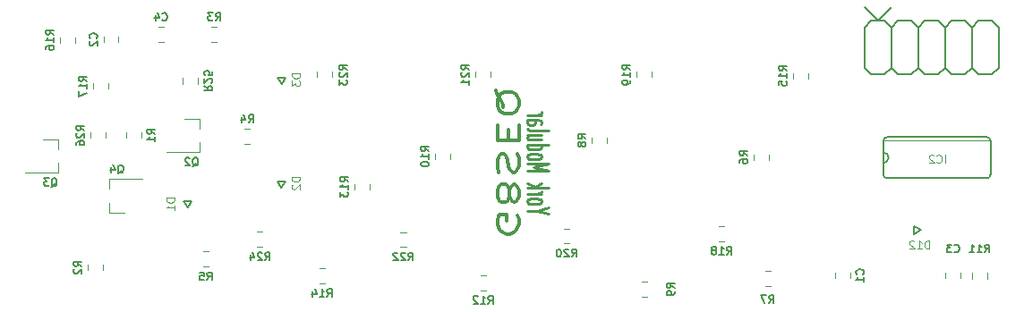
<source format=gbo>
G04 #@! TF.GenerationSoftware,KiCad,Pcbnew,5.1.4-e60b266~84~ubuntu18.04.1*
G04 #@! TF.CreationDate,2019-10-20T18:50:50+01:00*
G04 #@! TF.ProjectId,triggerseq,74726967-6765-4727-9365-712e6b696361,rev?*
G04 #@! TF.SameCoordinates,Original*
G04 #@! TF.FileFunction,Legend,Bot*
G04 #@! TF.FilePolarity,Positive*
%FSLAX46Y46*%
G04 Gerber Fmt 4.6, Leading zero omitted, Abs format (unit mm)*
G04 Created by KiCad (PCBNEW 5.1.4-e60b266~84~ubuntu18.04.1) date 2019-10-20 18:50:50*
%MOMM*%
%LPD*%
G04 APERTURE LIST*
%ADD10C,0.300000*%
%ADD11C,0.250000*%
%ADD12C,0.050800*%
%ADD13C,0.152400*%
%ADD14C,0.120000*%
%ADD15C,0.127000*%
%ADD16C,0.099750*%
%ADD17C,0.150000*%
G04 APERTURE END LIST*
D10*
X149082000Y-110410000D02*
X149177238Y-110695714D01*
X149177238Y-111124285D01*
X149082000Y-111552857D01*
X148891523Y-111838571D01*
X148701047Y-111981428D01*
X148320095Y-112124285D01*
X148034380Y-112124285D01*
X147653428Y-111981428D01*
X147462952Y-111838571D01*
X147272476Y-111552857D01*
X147177238Y-111124285D01*
X147177238Y-110838571D01*
X147272476Y-110410000D01*
X147367714Y-110267142D01*
X148034380Y-110267142D01*
X148034380Y-110838571D01*
X148320095Y-108552857D02*
X148415333Y-108838571D01*
X148510571Y-108981428D01*
X148701047Y-109124285D01*
X148796285Y-109124285D01*
X148986761Y-108981428D01*
X149082000Y-108838571D01*
X149177238Y-108552857D01*
X149177238Y-107981428D01*
X149082000Y-107695714D01*
X148986761Y-107552857D01*
X148796285Y-107410000D01*
X148701047Y-107410000D01*
X148510571Y-107552857D01*
X148415333Y-107695714D01*
X148320095Y-107981428D01*
X148320095Y-108552857D01*
X148224857Y-108838571D01*
X148129619Y-108981428D01*
X147939142Y-109124285D01*
X147558190Y-109124285D01*
X147367714Y-108981428D01*
X147272476Y-108838571D01*
X147177238Y-108552857D01*
X147177238Y-107981428D01*
X147272476Y-107695714D01*
X147367714Y-107552857D01*
X147558190Y-107410000D01*
X147939142Y-107410000D01*
X148129619Y-107552857D01*
X148224857Y-107695714D01*
X148320095Y-107981428D01*
X147272476Y-106267142D02*
X147177238Y-105838571D01*
X147177238Y-105124285D01*
X147272476Y-104838571D01*
X147367714Y-104695714D01*
X147558190Y-104552857D01*
X147748666Y-104552857D01*
X147939142Y-104695714D01*
X148034380Y-104838571D01*
X148129619Y-105124285D01*
X148224857Y-105695714D01*
X148320095Y-105981428D01*
X148415333Y-106124285D01*
X148605809Y-106267142D01*
X148796285Y-106267142D01*
X148986761Y-106124285D01*
X149082000Y-105981428D01*
X149177238Y-105695714D01*
X149177238Y-104981428D01*
X149082000Y-104552857D01*
X148224857Y-103267142D02*
X148224857Y-102267142D01*
X147177238Y-101838571D02*
X147177238Y-103267142D01*
X149177238Y-103267142D01*
X149177238Y-101838571D01*
X146986761Y-98552857D02*
X147082000Y-98838571D01*
X147272476Y-99124285D01*
X147558190Y-99552857D01*
X147653428Y-99838571D01*
X147653428Y-100124285D01*
X147177238Y-99981428D02*
X147272476Y-100267142D01*
X147462952Y-100552857D01*
X147843904Y-100695714D01*
X148510571Y-100695714D01*
X148891523Y-100552857D01*
X149082000Y-100267142D01*
X149177238Y-99981428D01*
X149177238Y-99410000D01*
X149082000Y-99124285D01*
X148891523Y-98838571D01*
X148510571Y-98695714D01*
X147843904Y-98695714D01*
X147462952Y-98838571D01*
X147272476Y-99124285D01*
X147177238Y-99410000D01*
X147177238Y-99981428D01*
D11*
X150923619Y-109910000D02*
X149971238Y-109910000D01*
X151971238Y-110243333D02*
X150923619Y-109910000D01*
X151971238Y-109576666D01*
X149971238Y-109100476D02*
X150066476Y-109195714D01*
X150161714Y-109243333D01*
X150352190Y-109290952D01*
X150923619Y-109290952D01*
X151114095Y-109243333D01*
X151209333Y-109195714D01*
X151304571Y-109100476D01*
X151304571Y-108957619D01*
X151209333Y-108862380D01*
X151114095Y-108814761D01*
X150923619Y-108767142D01*
X150352190Y-108767142D01*
X150161714Y-108814761D01*
X150066476Y-108862380D01*
X149971238Y-108957619D01*
X149971238Y-109100476D01*
X149971238Y-108338571D02*
X151304571Y-108338571D01*
X150923619Y-108338571D02*
X151114095Y-108290952D01*
X151209333Y-108243333D01*
X151304571Y-108148095D01*
X151304571Y-108052857D01*
X149971238Y-107719523D02*
X151971238Y-107719523D01*
X150733142Y-107624285D02*
X149971238Y-107338571D01*
X151304571Y-107338571D02*
X150542666Y-107719523D01*
X149971238Y-106148095D02*
X151971238Y-106148095D01*
X150542666Y-105814761D01*
X151971238Y-105481428D01*
X149971238Y-105481428D01*
X149971238Y-104862380D02*
X150066476Y-104957619D01*
X150161714Y-105005238D01*
X150352190Y-105052857D01*
X150923619Y-105052857D01*
X151114095Y-105005238D01*
X151209333Y-104957619D01*
X151304571Y-104862380D01*
X151304571Y-104719523D01*
X151209333Y-104624285D01*
X151114095Y-104576666D01*
X150923619Y-104529047D01*
X150352190Y-104529047D01*
X150161714Y-104576666D01*
X150066476Y-104624285D01*
X149971238Y-104719523D01*
X149971238Y-104862380D01*
X149971238Y-103671904D02*
X151971238Y-103671904D01*
X150066476Y-103671904D02*
X149971238Y-103767142D01*
X149971238Y-103957619D01*
X150066476Y-104052857D01*
X150161714Y-104100476D01*
X150352190Y-104148095D01*
X150923619Y-104148095D01*
X151114095Y-104100476D01*
X151209333Y-104052857D01*
X151304571Y-103957619D01*
X151304571Y-103767142D01*
X151209333Y-103671904D01*
X151304571Y-102767142D02*
X149971238Y-102767142D01*
X151304571Y-103195714D02*
X150256952Y-103195714D01*
X150066476Y-103148095D01*
X149971238Y-103052857D01*
X149971238Y-102910000D01*
X150066476Y-102814761D01*
X150161714Y-102767142D01*
X149971238Y-102148095D02*
X150066476Y-102243333D01*
X150256952Y-102290952D01*
X151971238Y-102290952D01*
X149971238Y-101338571D02*
X151018857Y-101338571D01*
X151209333Y-101386190D01*
X151304571Y-101481428D01*
X151304571Y-101671904D01*
X151209333Y-101767142D01*
X150066476Y-101338571D02*
X149971238Y-101433809D01*
X149971238Y-101671904D01*
X150066476Y-101767142D01*
X150256952Y-101814761D01*
X150447428Y-101814761D01*
X150637904Y-101767142D01*
X150733142Y-101671904D01*
X150733142Y-101433809D01*
X150828380Y-101338571D01*
X149971238Y-100862380D02*
X151304571Y-100862380D01*
X150923619Y-100862380D02*
X151114095Y-100814761D01*
X151209333Y-100767142D01*
X151304571Y-100671904D01*
X151304571Y-100576666D01*
D12*
X183642000Y-103301800D02*
X193802000Y-103301800D01*
D13*
X183642000Y-104394000D02*
G75*
G02X183642000Y-105410000I0J-508000D01*
G01*
X183642000Y-104394000D02*
X183642000Y-103327200D01*
X183642000Y-105410000D02*
X183642000Y-104394000D01*
X183642000Y-106476800D02*
X183642000Y-105410000D01*
X193802000Y-103327200D02*
X193802000Y-106476800D01*
X184023000Y-102946200D02*
X193421000Y-102946200D01*
X184023000Y-102946200D02*
G75*
G03X183642000Y-103327200I0J-381000D01*
G01*
X193802000Y-106476800D02*
G75*
G02X193421000Y-106857800I-381000J0D01*
G01*
X184023000Y-106857800D02*
G75*
G02X183642000Y-106476800I0J381000D01*
G01*
X193802000Y-103327200D02*
G75*
G03X193421000Y-102946200I-381000J0D01*
G01*
X193421000Y-106857800D02*
X184023000Y-106857800D01*
D14*
X110415000Y-110080000D02*
X111875000Y-110080000D01*
X110415000Y-106920000D02*
X113575000Y-106920000D01*
X110415000Y-106920000D02*
X110415000Y-107850000D01*
X110415000Y-110080000D02*
X110415000Y-109150000D01*
X105635000Y-103170000D02*
X104175000Y-103170000D01*
X105635000Y-106330000D02*
X102475000Y-106330000D01*
X105635000Y-106330000D02*
X105635000Y-105400000D01*
X105635000Y-103170000D02*
X105635000Y-104100000D01*
X118985000Y-101220000D02*
X117525000Y-101220000D01*
X118985000Y-104380000D02*
X115825000Y-104380000D01*
X118985000Y-104380000D02*
X118985000Y-103450000D01*
X118985000Y-101220000D02*
X118985000Y-102150000D01*
X110110000Y-102513748D02*
X110110000Y-103036252D01*
X108690000Y-102513748D02*
X108690000Y-103036252D01*
X117415000Y-97886252D02*
X117415000Y-97363748D01*
X118835000Y-97886252D02*
X118835000Y-97363748D01*
X124435748Y-111934000D02*
X124958252Y-111934000D01*
X124435748Y-113354000D02*
X124958252Y-113354000D01*
X131520000Y-96766748D02*
X131520000Y-97289252D01*
X130100000Y-96766748D02*
X130100000Y-97289252D01*
X137995748Y-111947000D02*
X138518252Y-111947000D01*
X137995748Y-113367000D02*
X138518252Y-113367000D01*
X146506000Y-96766748D02*
X146506000Y-97289252D01*
X145086000Y-96766748D02*
X145086000Y-97289252D01*
X153442748Y-111604000D02*
X153965252Y-111604000D01*
X153442748Y-113024000D02*
X153965252Y-113024000D01*
X161746000Y-96766748D02*
X161746000Y-97289252D01*
X160326000Y-96766748D02*
X160326000Y-97289252D01*
X168106748Y-111375000D02*
X168629252Y-111375000D01*
X168106748Y-112795000D02*
X168629252Y-112795000D01*
X110320000Y-97858048D02*
X110320000Y-98380552D01*
X108900000Y-97858048D02*
X108900000Y-98380552D01*
X107219000Y-93482048D02*
X107219000Y-94004552D01*
X105799000Y-93482048D02*
X105799000Y-94004552D01*
X176549000Y-96877248D02*
X176549000Y-97399752D01*
X175129000Y-96877248D02*
X175129000Y-97399752D01*
X130307748Y-115401000D02*
X130830252Y-115401000D01*
X130307748Y-116821000D02*
X130830252Y-116821000D01*
X135058000Y-107392748D02*
X135058000Y-107915252D01*
X133638000Y-107392748D02*
X133638000Y-107915252D01*
X145547748Y-116036000D02*
X146070252Y-116036000D01*
X145547748Y-117456000D02*
X146070252Y-117456000D01*
X192076000Y-116348252D02*
X192076000Y-115825748D01*
X193496000Y-116348252D02*
X193496000Y-115825748D01*
X142699000Y-104505748D02*
X142699000Y-105028252D01*
X141279000Y-104505748D02*
X141279000Y-105028252D01*
X160787748Y-116671000D02*
X161310252Y-116671000D01*
X160787748Y-118091000D02*
X161310252Y-118091000D01*
X157532000Y-102983748D02*
X157532000Y-103506252D01*
X156112000Y-102983748D02*
X156112000Y-103506252D01*
X172981252Y-117042000D02*
X172458748Y-117042000D01*
X172981252Y-115622000D02*
X172458748Y-115622000D01*
X172830000Y-104577748D02*
X172830000Y-105100252D01*
X171410000Y-104577748D02*
X171410000Y-105100252D01*
X119320748Y-113799000D02*
X119843252Y-113799000D01*
X119320748Y-115219000D02*
X119843252Y-115219000D01*
X123761252Y-103585000D02*
X123238748Y-103585000D01*
X123761252Y-102165000D02*
X123238748Y-102165000D01*
X120636252Y-93935000D02*
X120113748Y-93935000D01*
X120636252Y-92515000D02*
X120113748Y-92515000D01*
X109857000Y-115031748D02*
X109857000Y-115554252D01*
X108437000Y-115031748D02*
X108437000Y-115554252D01*
X112079000Y-103037252D02*
X112079000Y-102514748D01*
X113499000Y-103037252D02*
X113499000Y-102514748D01*
X115590252Y-93961100D02*
X115067748Y-93961100D01*
X115590252Y-92541100D02*
X115067748Y-92541100D01*
X189536000Y-116339252D02*
X189536000Y-115816748D01*
X190956000Y-116339252D02*
X190956000Y-115816748D01*
X111320000Y-93450648D02*
X111320000Y-93973152D01*
X109900000Y-93450648D02*
X109900000Y-93973152D01*
X179122000Y-116339252D02*
X179122000Y-115816748D01*
X180542000Y-116339252D02*
X180542000Y-115816748D01*
D13*
X117450000Y-109050000D02*
X117850000Y-109650000D01*
X118250000Y-109050000D02*
X117450000Y-109050000D01*
X117850000Y-109650000D02*
X118250000Y-109050000D01*
X126322000Y-107152000D02*
X126722000Y-107752000D01*
X127122000Y-107152000D02*
X126322000Y-107152000D01*
X126722000Y-107752000D02*
X127122000Y-107152000D01*
X126348000Y-97314600D02*
X126748000Y-97914600D01*
X127148000Y-97314600D02*
X126348000Y-97314600D01*
X126748000Y-97914600D02*
X127148000Y-97314600D01*
D15*
X183134000Y-91948000D02*
X184404000Y-90678000D01*
X181864000Y-90678000D02*
X183134000Y-91948000D01*
D13*
X183134000Y-91948000D02*
X183769000Y-91948000D01*
X182499000Y-91948000D02*
X183134000Y-91948000D01*
X185039000Y-91948000D02*
X186309000Y-91948000D01*
X187579000Y-91948000D02*
X188849000Y-91948000D01*
X190119000Y-91948000D02*
X191389000Y-91948000D01*
X192659000Y-91948000D02*
X193929000Y-91948000D01*
X194564000Y-96393000D02*
X194564000Y-92583000D01*
X192024000Y-96393000D02*
X192024000Y-92583000D01*
X189484000Y-96393000D02*
X189484000Y-92583000D01*
X186944000Y-96393000D02*
X186944000Y-92583000D01*
X184404000Y-96393000D02*
X184404000Y-92583000D01*
X193929000Y-97028000D02*
X194564000Y-96393000D01*
X192659000Y-97028000D02*
X193929000Y-97028000D01*
X192024000Y-96393000D02*
X192659000Y-97028000D01*
X191389000Y-97028000D02*
X192024000Y-96393000D01*
X190119000Y-97028000D02*
X191389000Y-97028000D01*
X189484000Y-96393000D02*
X190119000Y-97028000D01*
X188849000Y-97028000D02*
X189484000Y-96393000D01*
X187579000Y-97028000D02*
X188849000Y-97028000D01*
X186944000Y-96393000D02*
X187579000Y-97028000D01*
X186309000Y-97028000D02*
X186944000Y-96393000D01*
X185039000Y-97028000D02*
X186309000Y-97028000D01*
X184404000Y-96393000D02*
X185039000Y-97028000D01*
X183769000Y-97028000D02*
X184404000Y-96393000D01*
X182499000Y-97028000D02*
X183769000Y-97028000D01*
X181864000Y-96393000D02*
X182499000Y-97028000D01*
X181864000Y-92583000D02*
X181864000Y-96393000D01*
X193929000Y-91948000D02*
X194564000Y-92583000D01*
X192024000Y-92583000D02*
X192659000Y-91948000D01*
X191389000Y-91948000D02*
X192024000Y-92583000D01*
X189484000Y-92583000D02*
X190119000Y-91948000D01*
X188849000Y-91948000D02*
X189484000Y-92583000D01*
X186944000Y-92583000D02*
X187579000Y-91948000D01*
X186309000Y-91948000D02*
X186944000Y-92583000D01*
X184404000Y-92583000D02*
X185039000Y-91948000D01*
X183769000Y-91948000D02*
X184404000Y-92583000D01*
X181864000Y-92583000D02*
X182499000Y-91948000D01*
X186590000Y-112160000D02*
X187190000Y-111760000D01*
X186590000Y-111360000D02*
X186590000Y-112160000D01*
X187190000Y-111760000D02*
X186590000Y-111360000D01*
D16*
X189494591Y-105374285D02*
X189494591Y-104624285D01*
X188708876Y-105302857D02*
X188744591Y-105338571D01*
X188851733Y-105374285D01*
X188923162Y-105374285D01*
X189030305Y-105338571D01*
X189101733Y-105267142D01*
X189137448Y-105195714D01*
X189173162Y-105052857D01*
X189173162Y-104945714D01*
X189137448Y-104802857D01*
X189101733Y-104731428D01*
X189030305Y-104660000D01*
X188923162Y-104624285D01*
X188851733Y-104624285D01*
X188744591Y-104660000D01*
X188708876Y-104695714D01*
X188423162Y-104695714D02*
X188387448Y-104660000D01*
X188316019Y-104624285D01*
X188137448Y-104624285D01*
X188066019Y-104660000D01*
X188030305Y-104695714D01*
X187994591Y-104767142D01*
X187994591Y-104838571D01*
X188030305Y-104945714D01*
X188458876Y-105374285D01*
X187994591Y-105374285D01*
D17*
X111246428Y-106410714D02*
X111317857Y-106375000D01*
X111389285Y-106303571D01*
X111496428Y-106196428D01*
X111567857Y-106160714D01*
X111639285Y-106160714D01*
X111603571Y-106339285D02*
X111675000Y-106303571D01*
X111746428Y-106232142D01*
X111782142Y-106089285D01*
X111782142Y-105839285D01*
X111746428Y-105696428D01*
X111675000Y-105625000D01*
X111603571Y-105589285D01*
X111460714Y-105589285D01*
X111389285Y-105625000D01*
X111317857Y-105696428D01*
X111282142Y-105839285D01*
X111282142Y-106089285D01*
X111317857Y-106232142D01*
X111389285Y-106303571D01*
X111460714Y-106339285D01*
X111603571Y-106339285D01*
X110639285Y-105839285D02*
X110639285Y-106339285D01*
X110817857Y-105553571D02*
X110996428Y-106089285D01*
X110532142Y-106089285D01*
X104946428Y-107660714D02*
X105017857Y-107625000D01*
X105089285Y-107553571D01*
X105196428Y-107446428D01*
X105267857Y-107410714D01*
X105339285Y-107410714D01*
X105303571Y-107589285D02*
X105375000Y-107553571D01*
X105446428Y-107482142D01*
X105482142Y-107339285D01*
X105482142Y-107089285D01*
X105446428Y-106946428D01*
X105375000Y-106875000D01*
X105303571Y-106839285D01*
X105160714Y-106839285D01*
X105089285Y-106875000D01*
X105017857Y-106946428D01*
X104982142Y-107089285D01*
X104982142Y-107339285D01*
X105017857Y-107482142D01*
X105089285Y-107553571D01*
X105160714Y-107589285D01*
X105303571Y-107589285D01*
X104732142Y-106839285D02*
X104267857Y-106839285D01*
X104517857Y-107125000D01*
X104410714Y-107125000D01*
X104339285Y-107160714D01*
X104303571Y-107196428D01*
X104267857Y-107267857D01*
X104267857Y-107446428D01*
X104303571Y-107517857D01*
X104339285Y-107553571D01*
X104410714Y-107589285D01*
X104625000Y-107589285D01*
X104696428Y-107553571D01*
X104732142Y-107517857D01*
X118296428Y-105710714D02*
X118367857Y-105675000D01*
X118439285Y-105603571D01*
X118546428Y-105496428D01*
X118617857Y-105460714D01*
X118689285Y-105460714D01*
X118653571Y-105639285D02*
X118725000Y-105603571D01*
X118796428Y-105532142D01*
X118832142Y-105389285D01*
X118832142Y-105139285D01*
X118796428Y-104996428D01*
X118725000Y-104925000D01*
X118653571Y-104889285D01*
X118510714Y-104889285D01*
X118439285Y-104925000D01*
X118367857Y-104996428D01*
X118332142Y-105139285D01*
X118332142Y-105389285D01*
X118367857Y-105532142D01*
X118439285Y-105603571D01*
X118510714Y-105639285D01*
X118653571Y-105639285D01*
X118046428Y-104960714D02*
X118010714Y-104925000D01*
X117939285Y-104889285D01*
X117760714Y-104889285D01*
X117689285Y-104925000D01*
X117653571Y-104960714D01*
X117617857Y-105032142D01*
X117617857Y-105103571D01*
X117653571Y-105210714D01*
X118082142Y-105639285D01*
X117617857Y-105639285D01*
X108089285Y-102292857D02*
X107732142Y-102042857D01*
X108089285Y-101864285D02*
X107339285Y-101864285D01*
X107339285Y-102150000D01*
X107375000Y-102221428D01*
X107410714Y-102257142D01*
X107482142Y-102292857D01*
X107589285Y-102292857D01*
X107660714Y-102257142D01*
X107696428Y-102221428D01*
X107732142Y-102150000D01*
X107732142Y-101864285D01*
X107410714Y-102578571D02*
X107375000Y-102614285D01*
X107339285Y-102685714D01*
X107339285Y-102864285D01*
X107375000Y-102935714D01*
X107410714Y-102971428D01*
X107482142Y-103007142D01*
X107553571Y-103007142D01*
X107660714Y-102971428D01*
X108089285Y-102542857D01*
X108089285Y-103007142D01*
X107339285Y-103650000D02*
X107339285Y-103507142D01*
X107375000Y-103435714D01*
X107410714Y-103400000D01*
X107517857Y-103328571D01*
X107660714Y-103292857D01*
X107946428Y-103292857D01*
X108017857Y-103328571D01*
X108053571Y-103364285D01*
X108089285Y-103435714D01*
X108089285Y-103578571D01*
X108053571Y-103650000D01*
X108017857Y-103685714D01*
X107946428Y-103721428D01*
X107767857Y-103721428D01*
X107696428Y-103685714D01*
X107660714Y-103650000D01*
X107625000Y-103578571D01*
X107625000Y-103435714D01*
X107660714Y-103364285D01*
X107696428Y-103328571D01*
X107767857Y-103292857D01*
X119435714Y-98107142D02*
X119792857Y-98357142D01*
X119435714Y-98535714D02*
X120185714Y-98535714D01*
X120185714Y-98250000D01*
X120150000Y-98178571D01*
X120114285Y-98142857D01*
X120042857Y-98107142D01*
X119935714Y-98107142D01*
X119864285Y-98142857D01*
X119828571Y-98178571D01*
X119792857Y-98250000D01*
X119792857Y-98535714D01*
X120114285Y-97821428D02*
X120150000Y-97785714D01*
X120185714Y-97714285D01*
X120185714Y-97535714D01*
X120150000Y-97464285D01*
X120114285Y-97428571D01*
X120042857Y-97392857D01*
X119971428Y-97392857D01*
X119864285Y-97428571D01*
X119435714Y-97857142D01*
X119435714Y-97392857D01*
X120185714Y-96714285D02*
X120185714Y-97071428D01*
X119828571Y-97107142D01*
X119864285Y-97071428D01*
X119900000Y-97000000D01*
X119900000Y-96821428D01*
X119864285Y-96750000D01*
X119828571Y-96714285D01*
X119757142Y-96678571D01*
X119578571Y-96678571D01*
X119507142Y-96714285D01*
X119471428Y-96750000D01*
X119435714Y-96821428D01*
X119435714Y-97000000D01*
X119471428Y-97071428D01*
X119507142Y-97107142D01*
X125179142Y-114633285D02*
X125429142Y-114276142D01*
X125607714Y-114633285D02*
X125607714Y-113883285D01*
X125322000Y-113883285D01*
X125250571Y-113919000D01*
X125214857Y-113954714D01*
X125179142Y-114026142D01*
X125179142Y-114133285D01*
X125214857Y-114204714D01*
X125250571Y-114240428D01*
X125322000Y-114276142D01*
X125607714Y-114276142D01*
X124893428Y-113954714D02*
X124857714Y-113919000D01*
X124786285Y-113883285D01*
X124607714Y-113883285D01*
X124536285Y-113919000D01*
X124500571Y-113954714D01*
X124464857Y-114026142D01*
X124464857Y-114097571D01*
X124500571Y-114204714D01*
X124929142Y-114633285D01*
X124464857Y-114633285D01*
X123822000Y-114133285D02*
X123822000Y-114633285D01*
X124000571Y-113847571D02*
X124179142Y-114383285D01*
X123714857Y-114383285D01*
X132927285Y-96545857D02*
X132570142Y-96295857D01*
X132927285Y-96117285D02*
X132177285Y-96117285D01*
X132177285Y-96403000D01*
X132213000Y-96474428D01*
X132248714Y-96510142D01*
X132320142Y-96545857D01*
X132427285Y-96545857D01*
X132498714Y-96510142D01*
X132534428Y-96474428D01*
X132570142Y-96403000D01*
X132570142Y-96117285D01*
X132248714Y-96831571D02*
X132213000Y-96867285D01*
X132177285Y-96938714D01*
X132177285Y-97117285D01*
X132213000Y-97188714D01*
X132248714Y-97224428D01*
X132320142Y-97260142D01*
X132391571Y-97260142D01*
X132498714Y-97224428D01*
X132927285Y-96795857D01*
X132927285Y-97260142D01*
X132177285Y-97510142D02*
X132177285Y-97974428D01*
X132463000Y-97724428D01*
X132463000Y-97831571D01*
X132498714Y-97903000D01*
X132534428Y-97938714D01*
X132605857Y-97974428D01*
X132784428Y-97974428D01*
X132855857Y-97938714D01*
X132891571Y-97903000D01*
X132927285Y-97831571D01*
X132927285Y-97617285D01*
X132891571Y-97545857D01*
X132855857Y-97510142D01*
X138739142Y-114646285D02*
X138989142Y-114289142D01*
X139167714Y-114646285D02*
X139167714Y-113896285D01*
X138882000Y-113896285D01*
X138810571Y-113932000D01*
X138774857Y-113967714D01*
X138739142Y-114039142D01*
X138739142Y-114146285D01*
X138774857Y-114217714D01*
X138810571Y-114253428D01*
X138882000Y-114289142D01*
X139167714Y-114289142D01*
X138453428Y-113967714D02*
X138417714Y-113932000D01*
X138346285Y-113896285D01*
X138167714Y-113896285D01*
X138096285Y-113932000D01*
X138060571Y-113967714D01*
X138024857Y-114039142D01*
X138024857Y-114110571D01*
X138060571Y-114217714D01*
X138489142Y-114646285D01*
X138024857Y-114646285D01*
X137739142Y-113967714D02*
X137703428Y-113932000D01*
X137632000Y-113896285D01*
X137453428Y-113896285D01*
X137382000Y-113932000D01*
X137346285Y-113967714D01*
X137310571Y-114039142D01*
X137310571Y-114110571D01*
X137346285Y-114217714D01*
X137774857Y-114646285D01*
X137310571Y-114646285D01*
X144485285Y-96545857D02*
X144128142Y-96295857D01*
X144485285Y-96117285D02*
X143735285Y-96117285D01*
X143735285Y-96403000D01*
X143771000Y-96474428D01*
X143806714Y-96510142D01*
X143878142Y-96545857D01*
X143985285Y-96545857D01*
X144056714Y-96510142D01*
X144092428Y-96474428D01*
X144128142Y-96403000D01*
X144128142Y-96117285D01*
X143806714Y-96831571D02*
X143771000Y-96867285D01*
X143735285Y-96938714D01*
X143735285Y-97117285D01*
X143771000Y-97188714D01*
X143806714Y-97224428D01*
X143878142Y-97260142D01*
X143949571Y-97260142D01*
X144056714Y-97224428D01*
X144485285Y-96795857D01*
X144485285Y-97260142D01*
X144485285Y-97974428D02*
X144485285Y-97545857D01*
X144485285Y-97760142D02*
X143735285Y-97760142D01*
X143842428Y-97688714D01*
X143913857Y-97617285D01*
X143949571Y-97545857D01*
X154186142Y-114303285D02*
X154436142Y-113946142D01*
X154614714Y-114303285D02*
X154614714Y-113553285D01*
X154329000Y-113553285D01*
X154257571Y-113589000D01*
X154221857Y-113624714D01*
X154186142Y-113696142D01*
X154186142Y-113803285D01*
X154221857Y-113874714D01*
X154257571Y-113910428D01*
X154329000Y-113946142D01*
X154614714Y-113946142D01*
X153900428Y-113624714D02*
X153864714Y-113589000D01*
X153793285Y-113553285D01*
X153614714Y-113553285D01*
X153543285Y-113589000D01*
X153507571Y-113624714D01*
X153471857Y-113696142D01*
X153471857Y-113767571D01*
X153507571Y-113874714D01*
X153936142Y-114303285D01*
X153471857Y-114303285D01*
X153007571Y-113553285D02*
X152936142Y-113553285D01*
X152864714Y-113589000D01*
X152829000Y-113624714D01*
X152793285Y-113696142D01*
X152757571Y-113839000D01*
X152757571Y-114017571D01*
X152793285Y-114160428D01*
X152829000Y-114231857D01*
X152864714Y-114267571D01*
X152936142Y-114303285D01*
X153007571Y-114303285D01*
X153079000Y-114267571D01*
X153114714Y-114231857D01*
X153150428Y-114160428D01*
X153186142Y-114017571D01*
X153186142Y-113839000D01*
X153150428Y-113696142D01*
X153114714Y-113624714D01*
X153079000Y-113589000D01*
X153007571Y-113553285D01*
X159725285Y-96545857D02*
X159368142Y-96295857D01*
X159725285Y-96117285D02*
X158975285Y-96117285D01*
X158975285Y-96403000D01*
X159011000Y-96474428D01*
X159046714Y-96510142D01*
X159118142Y-96545857D01*
X159225285Y-96545857D01*
X159296714Y-96510142D01*
X159332428Y-96474428D01*
X159368142Y-96403000D01*
X159368142Y-96117285D01*
X159725285Y-97260142D02*
X159725285Y-96831571D01*
X159725285Y-97045857D02*
X158975285Y-97045857D01*
X159082428Y-96974428D01*
X159153857Y-96903000D01*
X159189571Y-96831571D01*
X159725285Y-97617285D02*
X159725285Y-97760142D01*
X159689571Y-97831571D01*
X159653857Y-97867285D01*
X159546714Y-97938714D01*
X159403857Y-97974428D01*
X159118142Y-97974428D01*
X159046714Y-97938714D01*
X159011000Y-97903000D01*
X158975285Y-97831571D01*
X158975285Y-97688714D01*
X159011000Y-97617285D01*
X159046714Y-97581571D01*
X159118142Y-97545857D01*
X159296714Y-97545857D01*
X159368142Y-97581571D01*
X159403857Y-97617285D01*
X159439571Y-97688714D01*
X159439571Y-97831571D01*
X159403857Y-97903000D01*
X159368142Y-97938714D01*
X159296714Y-97974428D01*
X168850142Y-114074285D02*
X169100142Y-113717142D01*
X169278714Y-114074285D02*
X169278714Y-113324285D01*
X168993000Y-113324285D01*
X168921571Y-113360000D01*
X168885857Y-113395714D01*
X168850142Y-113467142D01*
X168850142Y-113574285D01*
X168885857Y-113645714D01*
X168921571Y-113681428D01*
X168993000Y-113717142D01*
X169278714Y-113717142D01*
X168135857Y-114074285D02*
X168564428Y-114074285D01*
X168350142Y-114074285D02*
X168350142Y-113324285D01*
X168421571Y-113431428D01*
X168493000Y-113502857D01*
X168564428Y-113538571D01*
X167707285Y-113645714D02*
X167778714Y-113610000D01*
X167814428Y-113574285D01*
X167850142Y-113502857D01*
X167850142Y-113467142D01*
X167814428Y-113395714D01*
X167778714Y-113360000D01*
X167707285Y-113324285D01*
X167564428Y-113324285D01*
X167493000Y-113360000D01*
X167457285Y-113395714D01*
X167421571Y-113467142D01*
X167421571Y-113502857D01*
X167457285Y-113574285D01*
X167493000Y-113610000D01*
X167564428Y-113645714D01*
X167707285Y-113645714D01*
X167778714Y-113681428D01*
X167814428Y-113717142D01*
X167850142Y-113788571D01*
X167850142Y-113931428D01*
X167814428Y-114002857D01*
X167778714Y-114038571D01*
X167707285Y-114074285D01*
X167564428Y-114074285D01*
X167493000Y-114038571D01*
X167457285Y-114002857D01*
X167421571Y-113931428D01*
X167421571Y-113788571D01*
X167457285Y-113717142D01*
X167493000Y-113681428D01*
X167564428Y-113645714D01*
X108299285Y-97637157D02*
X107942142Y-97387157D01*
X108299285Y-97208585D02*
X107549285Y-97208585D01*
X107549285Y-97494300D01*
X107585000Y-97565728D01*
X107620714Y-97601442D01*
X107692142Y-97637157D01*
X107799285Y-97637157D01*
X107870714Y-97601442D01*
X107906428Y-97565728D01*
X107942142Y-97494300D01*
X107942142Y-97208585D01*
X108299285Y-98351442D02*
X108299285Y-97922871D01*
X108299285Y-98137157D02*
X107549285Y-98137157D01*
X107656428Y-98065728D01*
X107727857Y-97994300D01*
X107763571Y-97922871D01*
X107549285Y-98601442D02*
X107549285Y-99101442D01*
X108299285Y-98780014D01*
X105198285Y-93261157D02*
X104841142Y-93011157D01*
X105198285Y-92832585D02*
X104448285Y-92832585D01*
X104448285Y-93118300D01*
X104484000Y-93189728D01*
X104519714Y-93225442D01*
X104591142Y-93261157D01*
X104698285Y-93261157D01*
X104769714Y-93225442D01*
X104805428Y-93189728D01*
X104841142Y-93118300D01*
X104841142Y-92832585D01*
X105198285Y-93975442D02*
X105198285Y-93546871D01*
X105198285Y-93761157D02*
X104448285Y-93761157D01*
X104555428Y-93689728D01*
X104626857Y-93618300D01*
X104662571Y-93546871D01*
X104448285Y-94618300D02*
X104448285Y-94475442D01*
X104484000Y-94404014D01*
X104519714Y-94368300D01*
X104626857Y-94296871D01*
X104769714Y-94261157D01*
X105055428Y-94261157D01*
X105126857Y-94296871D01*
X105162571Y-94332585D01*
X105198285Y-94404014D01*
X105198285Y-94546871D01*
X105162571Y-94618300D01*
X105126857Y-94654014D01*
X105055428Y-94689728D01*
X104876857Y-94689728D01*
X104805428Y-94654014D01*
X104769714Y-94618300D01*
X104734000Y-94546871D01*
X104734000Y-94404014D01*
X104769714Y-94332585D01*
X104805428Y-94296871D01*
X104876857Y-94261157D01*
X174528285Y-96656357D02*
X174171142Y-96406357D01*
X174528285Y-96227785D02*
X173778285Y-96227785D01*
X173778285Y-96513500D01*
X173814000Y-96584928D01*
X173849714Y-96620642D01*
X173921142Y-96656357D01*
X174028285Y-96656357D01*
X174099714Y-96620642D01*
X174135428Y-96584928D01*
X174171142Y-96513500D01*
X174171142Y-96227785D01*
X174528285Y-97370642D02*
X174528285Y-96942071D01*
X174528285Y-97156357D02*
X173778285Y-97156357D01*
X173885428Y-97084928D01*
X173956857Y-97013500D01*
X173992571Y-96942071D01*
X173778285Y-98049214D02*
X173778285Y-97692071D01*
X174135428Y-97656357D01*
X174099714Y-97692071D01*
X174064000Y-97763500D01*
X174064000Y-97942071D01*
X174099714Y-98013500D01*
X174135428Y-98049214D01*
X174206857Y-98084928D01*
X174385428Y-98084928D01*
X174456857Y-98049214D01*
X174492571Y-98013500D01*
X174528285Y-97942071D01*
X174528285Y-97763500D01*
X174492571Y-97692071D01*
X174456857Y-97656357D01*
X131051142Y-118100285D02*
X131301142Y-117743142D01*
X131479714Y-118100285D02*
X131479714Y-117350285D01*
X131194000Y-117350285D01*
X131122571Y-117386000D01*
X131086857Y-117421714D01*
X131051142Y-117493142D01*
X131051142Y-117600285D01*
X131086857Y-117671714D01*
X131122571Y-117707428D01*
X131194000Y-117743142D01*
X131479714Y-117743142D01*
X130336857Y-118100285D02*
X130765428Y-118100285D01*
X130551142Y-118100285D02*
X130551142Y-117350285D01*
X130622571Y-117457428D01*
X130694000Y-117528857D01*
X130765428Y-117564571D01*
X129694000Y-117600285D02*
X129694000Y-118100285D01*
X129872571Y-117314571D02*
X130051142Y-117850285D01*
X129586857Y-117850285D01*
X133037285Y-107171857D02*
X132680142Y-106921857D01*
X133037285Y-106743285D02*
X132287285Y-106743285D01*
X132287285Y-107029000D01*
X132323000Y-107100428D01*
X132358714Y-107136142D01*
X132430142Y-107171857D01*
X132537285Y-107171857D01*
X132608714Y-107136142D01*
X132644428Y-107100428D01*
X132680142Y-107029000D01*
X132680142Y-106743285D01*
X133037285Y-107886142D02*
X133037285Y-107457571D01*
X133037285Y-107671857D02*
X132287285Y-107671857D01*
X132394428Y-107600428D01*
X132465857Y-107529000D01*
X132501571Y-107457571D01*
X132287285Y-108136142D02*
X132287285Y-108600428D01*
X132573000Y-108350428D01*
X132573000Y-108457571D01*
X132608714Y-108529000D01*
X132644428Y-108564714D01*
X132715857Y-108600428D01*
X132894428Y-108600428D01*
X132965857Y-108564714D01*
X133001571Y-108529000D01*
X133037285Y-108457571D01*
X133037285Y-108243285D01*
X133001571Y-108171857D01*
X132965857Y-108136142D01*
X146291142Y-118735285D02*
X146541142Y-118378142D01*
X146719714Y-118735285D02*
X146719714Y-117985285D01*
X146434000Y-117985285D01*
X146362571Y-118021000D01*
X146326857Y-118056714D01*
X146291142Y-118128142D01*
X146291142Y-118235285D01*
X146326857Y-118306714D01*
X146362571Y-118342428D01*
X146434000Y-118378142D01*
X146719714Y-118378142D01*
X145576857Y-118735285D02*
X146005428Y-118735285D01*
X145791142Y-118735285D02*
X145791142Y-117985285D01*
X145862571Y-118092428D01*
X145934000Y-118163857D01*
X146005428Y-118199571D01*
X145291142Y-118056714D02*
X145255428Y-118021000D01*
X145184000Y-117985285D01*
X145005428Y-117985285D01*
X144934000Y-118021000D01*
X144898285Y-118056714D01*
X144862571Y-118128142D01*
X144862571Y-118199571D01*
X144898285Y-118306714D01*
X145326857Y-118735285D01*
X144862571Y-118735285D01*
X193268142Y-113877285D02*
X193518142Y-113520142D01*
X193696714Y-113877285D02*
X193696714Y-113127285D01*
X193411000Y-113127285D01*
X193339571Y-113163000D01*
X193303857Y-113198714D01*
X193268142Y-113270142D01*
X193268142Y-113377285D01*
X193303857Y-113448714D01*
X193339571Y-113484428D01*
X193411000Y-113520142D01*
X193696714Y-113520142D01*
X192553857Y-113877285D02*
X192982428Y-113877285D01*
X192768142Y-113877285D02*
X192768142Y-113127285D01*
X192839571Y-113234428D01*
X192911000Y-113305857D01*
X192982428Y-113341571D01*
X191839571Y-113877285D02*
X192268142Y-113877285D01*
X192053857Y-113877285D02*
X192053857Y-113127285D01*
X192125285Y-113234428D01*
X192196714Y-113305857D01*
X192268142Y-113341571D01*
X140678285Y-104284857D02*
X140321142Y-104034857D01*
X140678285Y-103856285D02*
X139928285Y-103856285D01*
X139928285Y-104142000D01*
X139964000Y-104213428D01*
X139999714Y-104249142D01*
X140071142Y-104284857D01*
X140178285Y-104284857D01*
X140249714Y-104249142D01*
X140285428Y-104213428D01*
X140321142Y-104142000D01*
X140321142Y-103856285D01*
X140678285Y-104999142D02*
X140678285Y-104570571D01*
X140678285Y-104784857D02*
X139928285Y-104784857D01*
X140035428Y-104713428D01*
X140106857Y-104642000D01*
X140142571Y-104570571D01*
X139928285Y-105463428D02*
X139928285Y-105534857D01*
X139964000Y-105606285D01*
X139999714Y-105642000D01*
X140071142Y-105677714D01*
X140214000Y-105713428D01*
X140392571Y-105713428D01*
X140535428Y-105677714D01*
X140606857Y-105642000D01*
X140642571Y-105606285D01*
X140678285Y-105534857D01*
X140678285Y-105463428D01*
X140642571Y-105392000D01*
X140606857Y-105356285D01*
X140535428Y-105320571D01*
X140392571Y-105284857D01*
X140214000Y-105284857D01*
X140071142Y-105320571D01*
X139999714Y-105356285D01*
X139964000Y-105392000D01*
X139928285Y-105463428D01*
X163915285Y-117223000D02*
X163558142Y-116973000D01*
X163915285Y-116794428D02*
X163165285Y-116794428D01*
X163165285Y-117080142D01*
X163201000Y-117151571D01*
X163236714Y-117187285D01*
X163308142Y-117223000D01*
X163415285Y-117223000D01*
X163486714Y-117187285D01*
X163522428Y-117151571D01*
X163558142Y-117080142D01*
X163558142Y-116794428D01*
X163915285Y-117580142D02*
X163915285Y-117723000D01*
X163879571Y-117794428D01*
X163843857Y-117830142D01*
X163736714Y-117901571D01*
X163593857Y-117937285D01*
X163308142Y-117937285D01*
X163236714Y-117901571D01*
X163201000Y-117865857D01*
X163165285Y-117794428D01*
X163165285Y-117651571D01*
X163201000Y-117580142D01*
X163236714Y-117544428D01*
X163308142Y-117508714D01*
X163486714Y-117508714D01*
X163558142Y-117544428D01*
X163593857Y-117580142D01*
X163629571Y-117651571D01*
X163629571Y-117794428D01*
X163593857Y-117865857D01*
X163558142Y-117901571D01*
X163486714Y-117937285D01*
X155511285Y-103120000D02*
X155154142Y-102870000D01*
X155511285Y-102691428D02*
X154761285Y-102691428D01*
X154761285Y-102977142D01*
X154797000Y-103048571D01*
X154832714Y-103084285D01*
X154904142Y-103120000D01*
X155011285Y-103120000D01*
X155082714Y-103084285D01*
X155118428Y-103048571D01*
X155154142Y-102977142D01*
X155154142Y-102691428D01*
X155082714Y-103548571D02*
X155047000Y-103477142D01*
X155011285Y-103441428D01*
X154939857Y-103405714D01*
X154904142Y-103405714D01*
X154832714Y-103441428D01*
X154797000Y-103477142D01*
X154761285Y-103548571D01*
X154761285Y-103691428D01*
X154797000Y-103762857D01*
X154832714Y-103798571D01*
X154904142Y-103834285D01*
X154939857Y-103834285D01*
X155011285Y-103798571D01*
X155047000Y-103762857D01*
X155082714Y-103691428D01*
X155082714Y-103548571D01*
X155118428Y-103477142D01*
X155154142Y-103441428D01*
X155225571Y-103405714D01*
X155368428Y-103405714D01*
X155439857Y-103441428D01*
X155475571Y-103477142D01*
X155511285Y-103548571D01*
X155511285Y-103691428D01*
X155475571Y-103762857D01*
X155439857Y-103798571D01*
X155368428Y-103834285D01*
X155225571Y-103834285D01*
X155154142Y-103798571D01*
X155118428Y-103762857D01*
X155082714Y-103691428D01*
X172845000Y-118670285D02*
X173095000Y-118313142D01*
X173273571Y-118670285D02*
X173273571Y-117920285D01*
X172987857Y-117920285D01*
X172916428Y-117956000D01*
X172880714Y-117991714D01*
X172845000Y-118063142D01*
X172845000Y-118170285D01*
X172880714Y-118241714D01*
X172916428Y-118277428D01*
X172987857Y-118313142D01*
X173273571Y-118313142D01*
X172595000Y-117920285D02*
X172095000Y-117920285D01*
X172416428Y-118670285D01*
X170809285Y-104714000D02*
X170452142Y-104464000D01*
X170809285Y-104285428D02*
X170059285Y-104285428D01*
X170059285Y-104571142D01*
X170095000Y-104642571D01*
X170130714Y-104678285D01*
X170202142Y-104714000D01*
X170309285Y-104714000D01*
X170380714Y-104678285D01*
X170416428Y-104642571D01*
X170452142Y-104571142D01*
X170452142Y-104285428D01*
X170059285Y-105356857D02*
X170059285Y-105214000D01*
X170095000Y-105142571D01*
X170130714Y-105106857D01*
X170237857Y-105035428D01*
X170380714Y-104999714D01*
X170666428Y-104999714D01*
X170737857Y-105035428D01*
X170773571Y-105071142D01*
X170809285Y-105142571D01*
X170809285Y-105285428D01*
X170773571Y-105356857D01*
X170737857Y-105392571D01*
X170666428Y-105428285D01*
X170487857Y-105428285D01*
X170416428Y-105392571D01*
X170380714Y-105356857D01*
X170345000Y-105285428D01*
X170345000Y-105142571D01*
X170380714Y-105071142D01*
X170416428Y-105035428D01*
X170487857Y-104999714D01*
X119707000Y-116498285D02*
X119957000Y-116141142D01*
X120135571Y-116498285D02*
X120135571Y-115748285D01*
X119849857Y-115748285D01*
X119778428Y-115784000D01*
X119742714Y-115819714D01*
X119707000Y-115891142D01*
X119707000Y-115998285D01*
X119742714Y-116069714D01*
X119778428Y-116105428D01*
X119849857Y-116141142D01*
X120135571Y-116141142D01*
X119028428Y-115748285D02*
X119385571Y-115748285D01*
X119421285Y-116105428D01*
X119385571Y-116069714D01*
X119314142Y-116034000D01*
X119135571Y-116034000D01*
X119064142Y-116069714D01*
X119028428Y-116105428D01*
X118992714Y-116176857D01*
X118992714Y-116355428D01*
X119028428Y-116426857D01*
X119064142Y-116462571D01*
X119135571Y-116498285D01*
X119314142Y-116498285D01*
X119385571Y-116462571D01*
X119421285Y-116426857D01*
X123625000Y-101564285D02*
X123875000Y-101207142D01*
X124053571Y-101564285D02*
X124053571Y-100814285D01*
X123767857Y-100814285D01*
X123696428Y-100850000D01*
X123660714Y-100885714D01*
X123625000Y-100957142D01*
X123625000Y-101064285D01*
X123660714Y-101135714D01*
X123696428Y-101171428D01*
X123767857Y-101207142D01*
X124053571Y-101207142D01*
X122982142Y-101064285D02*
X122982142Y-101564285D01*
X123160714Y-100778571D02*
X123339285Y-101314285D01*
X122875000Y-101314285D01*
X120500000Y-91914285D02*
X120750000Y-91557142D01*
X120928571Y-91914285D02*
X120928571Y-91164285D01*
X120642857Y-91164285D01*
X120571428Y-91200000D01*
X120535714Y-91235714D01*
X120500000Y-91307142D01*
X120500000Y-91414285D01*
X120535714Y-91485714D01*
X120571428Y-91521428D01*
X120642857Y-91557142D01*
X120928571Y-91557142D01*
X120250000Y-91164285D02*
X119785714Y-91164285D01*
X120035714Y-91450000D01*
X119928571Y-91450000D01*
X119857142Y-91485714D01*
X119821428Y-91521428D01*
X119785714Y-91592857D01*
X119785714Y-91771428D01*
X119821428Y-91842857D01*
X119857142Y-91878571D01*
X119928571Y-91914285D01*
X120142857Y-91914285D01*
X120214285Y-91878571D01*
X120250000Y-91842857D01*
X107836285Y-115168000D02*
X107479142Y-114918000D01*
X107836285Y-114739428D02*
X107086285Y-114739428D01*
X107086285Y-115025142D01*
X107122000Y-115096571D01*
X107157714Y-115132285D01*
X107229142Y-115168000D01*
X107336285Y-115168000D01*
X107407714Y-115132285D01*
X107443428Y-115096571D01*
X107479142Y-115025142D01*
X107479142Y-114739428D01*
X107157714Y-115453714D02*
X107122000Y-115489428D01*
X107086285Y-115560857D01*
X107086285Y-115739428D01*
X107122000Y-115810857D01*
X107157714Y-115846571D01*
X107229142Y-115882285D01*
X107300571Y-115882285D01*
X107407714Y-115846571D01*
X107836285Y-115418000D01*
X107836285Y-115882285D01*
X114778285Y-102651000D02*
X114421142Y-102401000D01*
X114778285Y-102222428D02*
X114028285Y-102222428D01*
X114028285Y-102508142D01*
X114064000Y-102579571D01*
X114099714Y-102615285D01*
X114171142Y-102651000D01*
X114278285Y-102651000D01*
X114349714Y-102615285D01*
X114385428Y-102579571D01*
X114421142Y-102508142D01*
X114421142Y-102222428D01*
X114778285Y-103365285D02*
X114778285Y-102936714D01*
X114778285Y-103151000D02*
X114028285Y-103151000D01*
X114135428Y-103079571D01*
X114206857Y-103008142D01*
X114242571Y-102936714D01*
X115454000Y-91868957D02*
X115489714Y-91904671D01*
X115596857Y-91940385D01*
X115668285Y-91940385D01*
X115775428Y-91904671D01*
X115846857Y-91833242D01*
X115882571Y-91761814D01*
X115918285Y-91618957D01*
X115918285Y-91511814D01*
X115882571Y-91368957D01*
X115846857Y-91297528D01*
X115775428Y-91226100D01*
X115668285Y-91190385D01*
X115596857Y-91190385D01*
X115489714Y-91226100D01*
X115454000Y-91261814D01*
X114811142Y-91440385D02*
X114811142Y-91940385D01*
X114989714Y-91154671D02*
X115168285Y-91690385D01*
X114704000Y-91690385D01*
X190371000Y-113805857D02*
X190406714Y-113841571D01*
X190513857Y-113877285D01*
X190585285Y-113877285D01*
X190692428Y-113841571D01*
X190763857Y-113770142D01*
X190799571Y-113698714D01*
X190835285Y-113555857D01*
X190835285Y-113448714D01*
X190799571Y-113305857D01*
X190763857Y-113234428D01*
X190692428Y-113163000D01*
X190585285Y-113127285D01*
X190513857Y-113127285D01*
X190406714Y-113163000D01*
X190371000Y-113198714D01*
X190121000Y-113127285D02*
X189656714Y-113127285D01*
X189906714Y-113413000D01*
X189799571Y-113413000D01*
X189728142Y-113448714D01*
X189692428Y-113484428D01*
X189656714Y-113555857D01*
X189656714Y-113734428D01*
X189692428Y-113805857D01*
X189728142Y-113841571D01*
X189799571Y-113877285D01*
X190013857Y-113877285D01*
X190085285Y-113841571D01*
X190121000Y-113805857D01*
X109227857Y-93586900D02*
X109263571Y-93551185D01*
X109299285Y-93444042D01*
X109299285Y-93372614D01*
X109263571Y-93265471D01*
X109192142Y-93194042D01*
X109120714Y-93158328D01*
X108977857Y-93122614D01*
X108870714Y-93122614D01*
X108727857Y-93158328D01*
X108656428Y-93194042D01*
X108585000Y-93265471D01*
X108549285Y-93372614D01*
X108549285Y-93444042D01*
X108585000Y-93551185D01*
X108620714Y-93586900D01*
X108620714Y-93872614D02*
X108585000Y-93908328D01*
X108549285Y-93979757D01*
X108549285Y-94158328D01*
X108585000Y-94229757D01*
X108620714Y-94265471D01*
X108692142Y-94301185D01*
X108763571Y-94301185D01*
X108870714Y-94265471D01*
X109299285Y-93836900D01*
X109299285Y-94301185D01*
X181749857Y-115953000D02*
X181785571Y-115917285D01*
X181821285Y-115810142D01*
X181821285Y-115738714D01*
X181785571Y-115631571D01*
X181714142Y-115560142D01*
X181642714Y-115524428D01*
X181499857Y-115488714D01*
X181392714Y-115488714D01*
X181249857Y-115524428D01*
X181178428Y-115560142D01*
X181107000Y-115631571D01*
X181071285Y-115738714D01*
X181071285Y-115810142D01*
X181107000Y-115917285D01*
X181142714Y-115953000D01*
X181821285Y-116667285D02*
X181821285Y-116238714D01*
X181821285Y-116453000D02*
X181071285Y-116453000D01*
X181178428Y-116381571D01*
X181249857Y-116310142D01*
X181285571Y-116238714D01*
D16*
X116604667Y-108717898D02*
X115854667Y-108717898D01*
X115854667Y-108896469D01*
X115890382Y-109003612D01*
X115961810Y-109075041D01*
X116033239Y-109110755D01*
X116176096Y-109146469D01*
X116283239Y-109146469D01*
X116426096Y-109110755D01*
X116497524Y-109075041D01*
X116568953Y-109003612D01*
X116604667Y-108896469D01*
X116604667Y-108717898D01*
X116604667Y-109860755D02*
X116604667Y-109432183D01*
X116604667Y-109646469D02*
X115854667Y-109646469D01*
X115961810Y-109575041D01*
X116033239Y-109503612D01*
X116068953Y-109432183D01*
X128464226Y-106749416D02*
X127714226Y-106749416D01*
X127714226Y-106927987D01*
X127749941Y-107035130D01*
X127821369Y-107106559D01*
X127892798Y-107142273D01*
X128035655Y-107177987D01*
X128142798Y-107177987D01*
X128285655Y-107142273D01*
X128357083Y-107106559D01*
X128428512Y-107035130D01*
X128464226Y-106927987D01*
X128464226Y-106749416D01*
X127785655Y-107463701D02*
X127749941Y-107499416D01*
X127714226Y-107570844D01*
X127714226Y-107749416D01*
X127749941Y-107820844D01*
X127785655Y-107856559D01*
X127857083Y-107892273D01*
X127928512Y-107892273D01*
X128035655Y-107856559D01*
X128464226Y-107427987D01*
X128464226Y-107892273D01*
X128488285Y-96947448D02*
X127738285Y-96947448D01*
X127738285Y-97126019D01*
X127774000Y-97233162D01*
X127845428Y-97304591D01*
X127916857Y-97340305D01*
X128059714Y-97376019D01*
X128166857Y-97376019D01*
X128309714Y-97340305D01*
X128381142Y-97304591D01*
X128452571Y-97233162D01*
X128488285Y-97126019D01*
X128488285Y-96947448D01*
X127738285Y-97626019D02*
X127738285Y-98090305D01*
X128024000Y-97840305D01*
X128024000Y-97947448D01*
X128059714Y-98018876D01*
X128095428Y-98054591D01*
X128166857Y-98090305D01*
X128345428Y-98090305D01*
X128416857Y-98054591D01*
X128452571Y-98018876D01*
X128488285Y-97947448D01*
X128488285Y-97733162D01*
X128452571Y-97661733D01*
X128416857Y-97626019D01*
X187992837Y-113502285D02*
X187992837Y-112752285D01*
X187814266Y-112752285D01*
X187707123Y-112788000D01*
X187635694Y-112859428D01*
X187599980Y-112930857D01*
X187564266Y-113073714D01*
X187564266Y-113180857D01*
X187599980Y-113323714D01*
X187635694Y-113395142D01*
X187707123Y-113466571D01*
X187814266Y-113502285D01*
X187992837Y-113502285D01*
X186849980Y-113502285D02*
X187278551Y-113502285D01*
X187064266Y-113502285D02*
X187064266Y-112752285D01*
X187135694Y-112859428D01*
X187207123Y-112930857D01*
X187278551Y-112966571D01*
X186564266Y-112823714D02*
X186528551Y-112788000D01*
X186457123Y-112752285D01*
X186278551Y-112752285D01*
X186207123Y-112788000D01*
X186171408Y-112823714D01*
X186135694Y-112895142D01*
X186135694Y-112966571D01*
X186171408Y-113073714D01*
X186599980Y-113502285D01*
X186135694Y-113502285D01*
M02*

</source>
